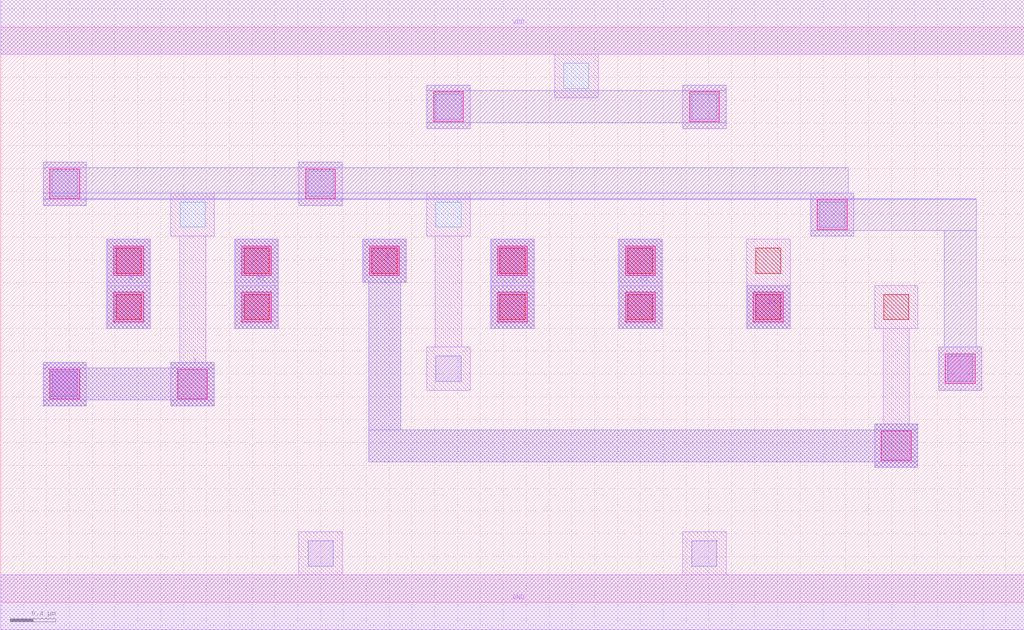
<source format=lef>
MACRO AAAOI222
 CLASS CORE ;
 FOREIGN AAAOI222 0 0 ;
 SIZE 8.96 BY 5.04 ;
 ORIGIN 0 0 ;
 SYMMETRY X Y R90 ;
 SITE unit ;
  PIN VDD
   DIRECTION INOUT ;
   USE POWER ;
   SHAPE ABUTMENT ;
    PORT
     CLASS CORE ;
       LAYER met1 ;
        RECT 0.00000000 4.80000000 8.96000000 5.28000000 ;
    END
  END VDD

  PIN GND
   DIRECTION INOUT ;
   USE POWER ;
   SHAPE ABUTMENT ;
    PORT
     CLASS CORE ;
       LAYER met1 ;
        RECT 0.00000000 -0.24000000 8.96000000 0.24000000 ;
    END
  END GND

  PIN Y
   DIRECTION INOUT ;
   USE SIGNAL ;
   SHAPE ABUTMENT ;
    PORT
     CLASS CORE ;
       LAYER met2 ;
        RECT 0.37000000 1.72200000 0.75000000 1.77200000 ;
        RECT 1.49000000 1.72200000 1.87000000 1.77200000 ;
        RECT 0.37000000 1.77200000 1.87000000 2.05200000 ;
        RECT 0.37000000 2.05200000 0.75000000 2.10200000 ;
        RECT 1.49000000 2.05200000 1.87000000 2.10200000 ;
    END
  END Y

  PIN C1
   DIRECTION INOUT ;
   USE SIGNAL ;
   SHAPE ABUTMENT ;
    PORT
     CLASS CORE ;
       LAYER met2 ;
        RECT 5.41000000 2.39700000 5.79000000 3.18200000 ;
    END
  END C1

  PIN C
   DIRECTION INOUT ;
   USE SIGNAL ;
   SHAPE ABUTMENT ;
    PORT
     CLASS CORE ;
       LAYER met2 ;
        RECT 4.29000000 2.39700000 4.67000000 3.18200000 ;
    END
  END C

  PIN A
   DIRECTION INOUT ;
   USE SIGNAL ;
   SHAPE ABUTMENT ;
    PORT
     CLASS CORE ;
       LAYER met2 ;
        RECT 0.93000000 2.39700000 1.31000000 3.18200000 ;
    END
  END A

  PIN B1
   DIRECTION INOUT ;
   USE SIGNAL ;
   SHAPE ABUTMENT ;
    PORT
     CLASS CORE ;
       LAYER met2 ;
        RECT 6.53000000 2.39700000 6.91000000 2.77700000 ;
    END
  END B1

  PIN B
   DIRECTION INOUT ;
   USE SIGNAL ;
   SHAPE ABUTMENT ;
    PORT
     CLASS CORE ;
       LAYER met2 ;
        RECT 7.65000000 1.18200000 8.03000000 1.23200000 ;
        RECT 3.22000000 1.23200000 8.03000000 1.51200000 ;
        RECT 7.65000000 1.51200000 8.03000000 1.56200000 ;
        RECT 3.22000000 1.51200000 3.50000000 2.80200000 ;
        RECT 3.17000000 2.80200000 3.55000000 3.18200000 ;
    END
  END B

  PIN A1
   DIRECTION INOUT ;
   USE SIGNAL ;
   SHAPE ABUTMENT ;
    PORT
     CLASS CORE ;
       LAYER met2 ;
        RECT 2.05000000 2.39700000 2.43000000 3.18200000 ;
    END
  END A1

 OBS
    LAYER polycont ;
     RECT 1.01000000 2.47700000 1.23000000 2.69700000 ;
     RECT 2.13000000 2.47700000 2.35000000 2.69700000 ;
     RECT 4.37000000 2.47700000 4.59000000 2.69700000 ;
     RECT 5.49000000 2.47700000 5.71000000 2.69700000 ;
     RECT 6.61000000 2.47700000 6.83000000 2.69700000 ;
     RECT 7.73000000 2.47700000 7.95000000 2.69700000 ;
     RECT 1.01000000 2.88200000 1.23000000 3.10200000 ;
     RECT 2.13000000 2.88200000 2.35000000 3.10200000 ;
     RECT 3.25000000 2.88200000 3.47000000 3.10200000 ;
     RECT 4.37000000 2.88200000 4.59000000 3.10200000 ;
     RECT 5.49000000 2.88200000 5.71000000 3.10200000 ;
     RECT 6.61000000 2.88200000 6.83000000 3.10200000 ;

    LAYER pdiffc ;
     RECT 1.57000000 3.28700000 1.79000000 3.50700000 ;
     RECT 3.81000000 3.28700000 4.03000000 3.50700000 ;
     RECT 7.17000000 3.28700000 7.39000000 3.50700000 ;
     RECT 0.45000000 3.55700000 0.67000000 3.77700000 ;
     RECT 2.69000000 3.55700000 2.91000000 3.77700000 ;
     RECT 3.81000000 4.23200000 4.03000000 4.45200000 ;
     RECT 6.05000000 4.23200000 6.27000000 4.45200000 ;
     RECT 4.93000000 4.50200000 5.15000000 4.72200000 ;

    LAYER ndiffc ;
     RECT 2.69000000 0.31700000 2.91000000 0.53700000 ;
     RECT 6.05000000 0.31700000 6.27000000 0.53700000 ;
     RECT 0.45000000 1.80200000 0.67000000 2.02200000 ;
     RECT 3.81000000 1.93700000 4.03000000 2.15700000 ;
     RECT 8.29000000 1.93700000 8.51000000 2.15700000 ;

    LAYER met1 ;
     RECT 0.00000000 -0.24000000 8.96000000 0.24000000 ;
     RECT 2.61000000 0.24000000 2.99000000 0.61700000 ;
     RECT 5.97000000 0.24000000 6.35000000 0.61700000 ;
     RECT 0.37000000 1.72200000 0.75000000 2.10200000 ;
     RECT 8.21000000 1.85700000 8.59000000 2.23700000 ;
     RECT 0.93000000 2.39700000 1.31000000 2.77700000 ;
     RECT 2.05000000 2.39700000 2.43000000 2.77700000 ;
     RECT 4.29000000 2.39700000 4.67000000 2.77700000 ;
     RECT 5.41000000 2.39700000 5.79000000 2.77700000 ;
     RECT 7.65000000 1.18200000 8.03000000 1.56200000 ;
     RECT 7.72500000 1.56200000 7.95500000 2.39700000 ;
     RECT 7.65000000 2.39700000 8.03000000 2.77700000 ;
     RECT 0.93000000 2.80200000 1.31000000 3.18200000 ;
     RECT 2.05000000 2.80200000 2.43000000 3.18200000 ;
     RECT 3.17000000 2.80200000 3.55000000 3.18200000 ;
     RECT 4.29000000 2.80200000 4.67000000 3.18200000 ;
     RECT 5.41000000 2.80200000 5.79000000 3.18200000 ;
     RECT 6.53000000 2.39700000 6.91000000 3.18200000 ;
     RECT 1.49000000 1.72200000 1.87000000 2.10200000 ;
     RECT 1.56500000 2.10200000 1.79500000 3.20700000 ;
     RECT 1.49000000 3.20700000 1.87000000 3.58700000 ;
     RECT 3.73000000 1.85700000 4.11000000 2.23700000 ;
     RECT 3.80500000 2.23700000 4.03500000 3.20700000 ;
     RECT 3.73000000 3.20700000 4.11000000 3.58700000 ;
     RECT 7.09000000 3.20700000 7.47000000 3.58700000 ;
     RECT 0.37000000 3.47700000 0.75000000 3.85700000 ;
     RECT 2.61000000 3.47700000 2.99000000 3.85700000 ;
     RECT 3.73000000 4.15200000 4.11000000 4.53200000 ;
     RECT 5.97000000 4.15200000 6.35000000 4.53200000 ;
     RECT 4.85000000 4.42200000 5.23000000 4.80000000 ;
     RECT 0.00000000 4.80000000 8.96000000 5.28000000 ;

    LAYER via1 ;
     RECT 7.71000000 1.24200000 7.97000000 1.50200000 ;
     RECT 0.43000000 1.78200000 0.69000000 2.04200000 ;
     RECT 1.55000000 1.78200000 1.81000000 2.04200000 ;
     RECT 8.27000000 1.91700000 8.53000000 2.17700000 ;
     RECT 0.99000000 2.45700000 1.25000000 2.71700000 ;
     RECT 2.11000000 2.45700000 2.37000000 2.71700000 ;
     RECT 4.35000000 2.45700000 4.61000000 2.71700000 ;
     RECT 5.47000000 2.45700000 5.73000000 2.71700000 ;
     RECT 6.59000000 2.45700000 6.85000000 2.71700000 ;
     RECT 0.99000000 2.86200000 1.25000000 3.12200000 ;
     RECT 2.11000000 2.86200000 2.37000000 3.12200000 ;
     RECT 3.23000000 2.86200000 3.49000000 3.12200000 ;
     RECT 4.35000000 2.86200000 4.61000000 3.12200000 ;
     RECT 5.47000000 2.86200000 5.73000000 3.12200000 ;
     RECT 7.15000000 3.26700000 7.41000000 3.52700000 ;
     RECT 0.43000000 3.53700000 0.69000000 3.79700000 ;
     RECT 2.67000000 3.53700000 2.93000000 3.79700000 ;
     RECT 3.79000000 4.21200000 4.05000000 4.47200000 ;
     RECT 6.03000000 4.21200000 6.29000000 4.47200000 ;

    LAYER met2 ;
     RECT 0.37000000 1.72200000 0.75000000 1.77200000 ;
     RECT 1.49000000 1.72200000 1.87000000 1.77200000 ;
     RECT 0.37000000 1.77200000 1.87000000 2.05200000 ;
     RECT 0.37000000 2.05200000 0.75000000 2.10200000 ;
     RECT 1.49000000 2.05200000 1.87000000 2.10200000 ;
     RECT 6.53000000 2.39700000 6.91000000 2.77700000 ;
     RECT 0.93000000 2.39700000 1.31000000 3.18200000 ;
     RECT 2.05000000 2.39700000 2.43000000 3.18200000 ;
     RECT 7.65000000 1.18200000 8.03000000 1.23200000 ;
     RECT 3.22000000 1.23200000 8.03000000 1.51200000 ;
     RECT 7.65000000 1.51200000 8.03000000 1.56200000 ;
     RECT 3.22000000 1.51200000 3.50000000 2.80200000 ;
     RECT 3.17000000 2.80200000 3.55000000 3.18200000 ;
     RECT 4.29000000 2.39700000 4.67000000 3.18200000 ;
     RECT 5.41000000 2.39700000 5.79000000 3.18200000 ;
     RECT 8.21000000 1.85700000 8.59000000 2.23700000 ;
     RECT 7.09000000 3.20700000 7.47000000 3.25700000 ;
     RECT 8.26000000 2.23700000 8.54000000 3.25700000 ;
     RECT 0.37000000 3.47700000 0.75000000 3.52700000 ;
     RECT 2.61000000 3.47700000 2.99000000 3.52700000 ;
     RECT 7.09000000 3.25700000 8.54000000 3.52700000 ;
     RECT 0.37000000 3.52700000 8.54000000 3.53700000 ;
     RECT 0.37000000 3.53700000 7.47000000 3.58700000 ;
     RECT 0.37000000 3.58700000 7.42000000 3.80700000 ;
     RECT 0.37000000 3.80700000 0.75000000 3.85700000 ;
     RECT 2.61000000 3.80700000 2.99000000 3.85700000 ;
     RECT 3.73000000 4.15200000 4.11000000 4.20200000 ;
     RECT 5.97000000 4.15200000 6.35000000 4.20200000 ;
     RECT 3.73000000 4.20200000 6.35000000 4.48200000 ;
     RECT 3.73000000 4.48200000 4.11000000 4.53200000 ;
     RECT 5.97000000 4.48200000 6.35000000 4.53200000 ;

 END
END AAAOI222

</source>
